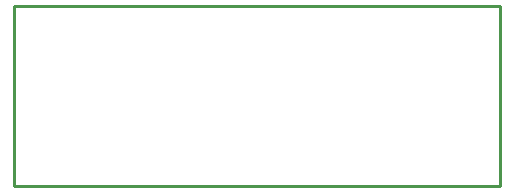
<source format=gko>
G04 Layer_Color=9750260*
%FSLAX24Y24*%
%MOIN*%
G70*
G01*
G75*
%ADD19C,0.0100*%
D19*
X6500Y5450D02*
X6500Y11450D01*
X6500Y5450D02*
X22700Y5450D01*
X22700Y11450D01*
X6500Y11450D02*
X22700Y11450D01*
M02*

</source>
